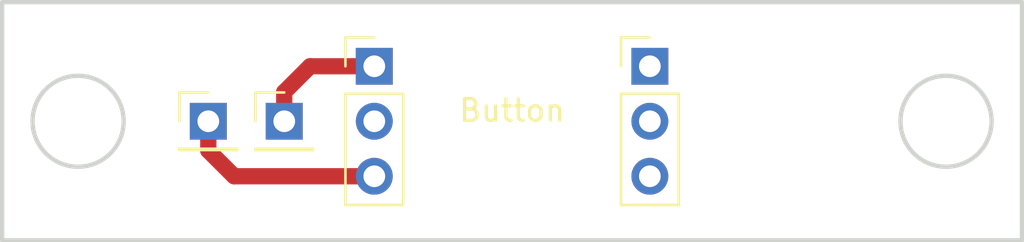
<source format=kicad_pcb>
(kicad_pcb (version 20171130) (host pcbnew 5.0.2-bee76a0~70~ubuntu14.04.1)

  (general
    (thickness 1.6)
    (drawings 6)
    (tracks 6)
    (zones 0)
    (modules 4)
    (nets 1)
  )

  (page A4)
  (layers
    (0 F.Cu signal)
    (31 B.Cu signal)
    (32 B.Adhes user)
    (33 F.Adhes user)
    (34 B.Paste user)
    (35 F.Paste user)
    (36 B.SilkS user)
    (37 F.SilkS user)
    (38 B.Mask user)
    (39 F.Mask user)
    (40 Dwgs.User user)
    (41 Cmts.User user)
    (42 Eco1.User user)
    (43 Eco2.User user)
    (44 Edge.Cuts user)
    (45 Margin user)
    (46 B.CrtYd user)
    (47 F.CrtYd user)
    (48 B.Fab user)
    (49 F.Fab user hide)
  )

  (setup
    (last_trace_width 0.75)
    (trace_clearance 0.2)
    (zone_clearance 0.508)
    (zone_45_only no)
    (trace_min 0.2)
    (segment_width 0.2)
    (edge_width 0.2)
    (via_size 0.8)
    (via_drill 0.4)
    (via_min_size 0.4)
    (via_min_drill 0.3)
    (uvia_size 0.3)
    (uvia_drill 0.1)
    (uvias_allowed no)
    (uvia_min_size 0.2)
    (uvia_min_drill 0.1)
    (pcb_text_width 0.3)
    (pcb_text_size 1.5 1.5)
    (mod_edge_width 0.15)
    (mod_text_size 1 1)
    (mod_text_width 0.15)
    (pad_size 1.524 1.524)
    (pad_drill 0.762)
    (pad_to_mask_clearance 0.051)
    (solder_mask_min_width 0.25)
    (aux_axis_origin 0 0)
    (grid_origin 127 116)
    (visible_elements FFFFFF7F)
    (pcbplotparams
      (layerselection 0x010fc_ffffffff)
      (usegerberextensions false)
      (usegerberattributes false)
      (usegerberadvancedattributes false)
      (creategerberjobfile false)
      (excludeedgelayer true)
      (linewidth 0.100000)
      (plotframeref false)
      (viasonmask false)
      (mode 1)
      (useauxorigin false)
      (hpglpennumber 1)
      (hpglpenspeed 20)
      (hpglpendiameter 15.000000)
      (psnegative false)
      (psa4output false)
      (plotreference true)
      (plotvalue true)
      (plotinvisibletext false)
      (padsonsilk false)
      (subtractmaskfromsilk false)
      (outputformat 1)
      (mirror false)
      (drillshape 1)
      (scaleselection 1)
      (outputdirectory "/home/fablab-07/Documents/UltrasonicRangefinderPCBs/Button_PCB/"))
  )

  (net 0 "")

  (net_class Default "This is the default net class."
    (clearance 0.2)
    (trace_width 0.75)
    (via_dia 0.8)
    (via_drill 0.4)
    (uvia_dia 0.3)
    (uvia_drill 0.1)
  )

  (module Connector_PinHeader_2.54mm:PinHeader_1x03_P2.54mm_Vertical (layer F.Cu) (tedit 5C79F0B7) (tstamp 5C8500A8)
    (at 144.15 118.96)
    (descr "Through hole straight pin header, 1x03, 2.54mm pitch, single row")
    (tags "Through hole pin header THT 1x03 2.54mm single row")
    (fp_text reference Button (at 6.35 2.04) (layer F.SilkS)
      (effects (font (size 1 1) (thickness 0.15)))
    )
    (fp_text value PinHeader_1x03_P2.54mm_Vertical (at 0 7.41) (layer F.Fab)
      (effects (font (size 1 1) (thickness 0.15)))
    )
    (fp_line (start -0.635 -1.27) (end 1.27 -1.27) (layer F.Fab) (width 0.1))
    (fp_line (start 1.27 -1.27) (end 1.27 6.35) (layer F.Fab) (width 0.1))
    (fp_line (start 1.27 6.35) (end -1.27 6.35) (layer F.Fab) (width 0.1))
    (fp_line (start -1.27 6.35) (end -1.27 -0.635) (layer F.Fab) (width 0.1))
    (fp_line (start -1.27 -0.635) (end -0.635 -1.27) (layer F.Fab) (width 0.1))
    (fp_line (start -1.33 6.41) (end 1.33 6.41) (layer F.SilkS) (width 0.12))
    (fp_line (start -1.33 1.27) (end -1.33 6.41) (layer F.SilkS) (width 0.12))
    (fp_line (start 1.33 1.27) (end 1.33 6.41) (layer F.SilkS) (width 0.12))
    (fp_line (start -1.33 1.27) (end 1.33 1.27) (layer F.SilkS) (width 0.12))
    (fp_line (start -1.33 0) (end -1.33 -1.33) (layer F.SilkS) (width 0.12))
    (fp_line (start -1.33 -1.33) (end 0 -1.33) (layer F.SilkS) (width 0.12))
    (fp_line (start -1.8 -1.8) (end -1.8 6.85) (layer F.CrtYd) (width 0.05))
    (fp_line (start -1.8 6.85) (end 1.8 6.85) (layer F.CrtYd) (width 0.05))
    (fp_line (start 1.8 6.85) (end 1.8 -1.8) (layer F.CrtYd) (width 0.05))
    (fp_line (start 1.8 -1.8) (end -1.8 -1.8) (layer F.CrtYd) (width 0.05))
    (fp_text user %R (at 0 2.54 90) (layer F.Fab)
      (effects (font (size 1 1) (thickness 0.15)))
    )
    (pad 1 thru_hole rect (at 0 0) (size 1.7 1.7) (drill 1) (layers *.Cu *.Mask))
    (pad 2 thru_hole oval (at 0 2.54) (size 1.7 1.7) (drill 1) (layers *.Cu *.Mask))
    (pad 3 thru_hole oval (at 0 5.08) (size 1.7 1.7) (drill 1) (layers *.Cu *.Mask))
    (model ${KISYS3DMOD}/Connector_PinHeader_2.54mm.3dshapes/PinHeader_1x03_P2.54mm_Vertical.wrl
      (at (xyz 0 0 0))
      (scale (xyz 1 1 1))
      (rotate (xyz 0 0 0))
    )
  )

  (module Connector_PinHeader_2.54mm:PinHeader_1x01_P2.54mm_Vertical (layer F.Cu) (tedit 5C79F0C4) (tstamp 5C84E41F)
    (at 136.5 121.5)
    (descr "Through hole straight pin header, 1x01, 2.54mm pitch, single row")
    (tags "Through hole pin header THT 1x01 2.54mm single row")
    (fp_text reference REF** (at 0 -2.33) (layer F.SilkS) hide
      (effects (font (size 1 1) (thickness 0.15)))
    )
    (fp_text value PinHeader_1x01_P2.54mm_Vertical (at 0 2.33) (layer F.Fab)
      (effects (font (size 1 1) (thickness 0.15)))
    )
    (fp_line (start -0.635 -1.27) (end 1.27 -1.27) (layer F.Fab) (width 0.1))
    (fp_line (start 1.27 -1.27) (end 1.27 1.27) (layer F.Fab) (width 0.1))
    (fp_line (start 1.27 1.27) (end -1.27 1.27) (layer F.Fab) (width 0.1))
    (fp_line (start -1.27 1.27) (end -1.27 -0.635) (layer F.Fab) (width 0.1))
    (fp_line (start -1.27 -0.635) (end -0.635 -1.27) (layer F.Fab) (width 0.1))
    (fp_line (start -1.33 1.33) (end 1.33 1.33) (layer F.SilkS) (width 0.12))
    (fp_line (start -1.33 1.27) (end -1.33 1.33) (layer F.SilkS) (width 0.12))
    (fp_line (start 1.33 1.27) (end 1.33 1.33) (layer F.SilkS) (width 0.12))
    (fp_line (start -1.33 1.27) (end 1.33 1.27) (layer F.SilkS) (width 0.12))
    (fp_line (start -1.33 0) (end -1.33 -1.33) (layer F.SilkS) (width 0.12))
    (fp_line (start -1.33 -1.33) (end 0 -1.33) (layer F.SilkS) (width 0.12))
    (fp_line (start -1.8 -1.8) (end -1.8 1.8) (layer F.CrtYd) (width 0.05))
    (fp_line (start -1.8 1.8) (end 1.8 1.8) (layer F.CrtYd) (width 0.05))
    (fp_line (start 1.8 1.8) (end 1.8 -1.8) (layer F.CrtYd) (width 0.05))
    (fp_line (start 1.8 -1.8) (end -1.8 -1.8) (layer F.CrtYd) (width 0.05))
    (fp_text user %R (at 0 0 90) (layer F.Fab)
      (effects (font (size 1 1) (thickness 0.15)))
    )
    (pad 1 thru_hole rect (at 0 0) (size 1.7 1.7) (drill 1) (layers *.Cu *.Mask))
    (model ${KISYS3DMOD}/Connector_PinHeader_2.54mm.3dshapes/PinHeader_1x01_P2.54mm_Vertical.wrl
      (at (xyz 0 0 0))
      (scale (xyz 1 1 1))
      (rotate (xyz 0 0 0))
    )
  )

  (module Connector_PinHeader_2.54mm:PinHeader_1x01_P2.54mm_Vertical (layer F.Cu) (tedit 5C79F0C7) (tstamp 5C84DF1B)
    (at 140 121.5)
    (descr "Through hole straight pin header, 1x01, 2.54mm pitch, single row")
    (tags "Through hole pin header THT 1x01 2.54mm single row")
    (fp_text reference REF** (at 0 -2.33) (layer F.SilkS) hide
      (effects (font (size 1 1) (thickness 0.15)))
    )
    (fp_text value PinHeader_1x01_P2.54mm_Vertical (at 0 2.33) (layer F.Fab)
      (effects (font (size 1 1) (thickness 0.15)))
    )
    (fp_text user %R (at 0 0 90) (layer F.Fab)
      (effects (font (size 1 1) (thickness 0.15)))
    )
    (fp_line (start 1.8 -1.8) (end -1.8 -1.8) (layer F.CrtYd) (width 0.05))
    (fp_line (start 1.8 1.8) (end 1.8 -1.8) (layer F.CrtYd) (width 0.05))
    (fp_line (start -1.8 1.8) (end 1.8 1.8) (layer F.CrtYd) (width 0.05))
    (fp_line (start -1.8 -1.8) (end -1.8 1.8) (layer F.CrtYd) (width 0.05))
    (fp_line (start -1.33 -1.33) (end 0 -1.33) (layer F.SilkS) (width 0.12))
    (fp_line (start -1.33 0) (end -1.33 -1.33) (layer F.SilkS) (width 0.12))
    (fp_line (start -1.33 1.27) (end 1.33 1.27) (layer F.SilkS) (width 0.12))
    (fp_line (start 1.33 1.27) (end 1.33 1.33) (layer F.SilkS) (width 0.12))
    (fp_line (start -1.33 1.27) (end -1.33 1.33) (layer F.SilkS) (width 0.12))
    (fp_line (start -1.33 1.33) (end 1.33 1.33) (layer F.SilkS) (width 0.12))
    (fp_line (start -1.27 -0.635) (end -0.635 -1.27) (layer F.Fab) (width 0.1))
    (fp_line (start -1.27 1.27) (end -1.27 -0.635) (layer F.Fab) (width 0.1))
    (fp_line (start 1.27 1.27) (end -1.27 1.27) (layer F.Fab) (width 0.1))
    (fp_line (start 1.27 -1.27) (end 1.27 1.27) (layer F.Fab) (width 0.1))
    (fp_line (start -0.635 -1.27) (end 1.27 -1.27) (layer F.Fab) (width 0.1))
    (pad 1 thru_hole rect (at 0 0) (size 1.7 1.7) (drill 1) (layers *.Cu *.Mask))
    (model ${KISYS3DMOD}/Connector_PinHeader_2.54mm.3dshapes/PinHeader_1x01_P2.54mm_Vertical.wrl
      (at (xyz 0 0 0))
      (scale (xyz 1 1 1))
      (rotate (xyz 0 0 0))
    )
  )

  (module Connector_PinHeader_2.54mm:PinHeader_1x03_P2.54mm_Vertical (layer F.Cu) (tedit 5C79F0BA) (tstamp 5C850079)
    (at 156.85 118.96)
    (descr "Through hole straight pin header, 1x03, 2.54mm pitch, single row")
    (tags "Through hole pin header THT 1x03 2.54mm single row")
    (fp_text reference REF** (at 4.15 -0.46) (layer F.SilkS) hide
      (effects (font (size 1 1) (thickness 0.15)))
    )
    (fp_text value PinHeader_1x03_P2.54mm_Vertical (at 0 7.41) (layer F.Fab)
      (effects (font (size 1 1) (thickness 0.15)))
    )
    (fp_text user %R (at 0 2.54 90) (layer F.Fab)
      (effects (font (size 1 1) (thickness 0.15)))
    )
    (fp_line (start 1.8 -1.8) (end -1.8 -1.8) (layer F.CrtYd) (width 0.05))
    (fp_line (start 1.8 6.85) (end 1.8 -1.8) (layer F.CrtYd) (width 0.05))
    (fp_line (start -1.8 6.85) (end 1.8 6.85) (layer F.CrtYd) (width 0.05))
    (fp_line (start -1.8 -1.8) (end -1.8 6.85) (layer F.CrtYd) (width 0.05))
    (fp_line (start -1.33 -1.33) (end 0 -1.33) (layer F.SilkS) (width 0.12))
    (fp_line (start -1.33 0) (end -1.33 -1.33) (layer F.SilkS) (width 0.12))
    (fp_line (start -1.33 1.27) (end 1.33 1.27) (layer F.SilkS) (width 0.12))
    (fp_line (start 1.33 1.27) (end 1.33 6.41) (layer F.SilkS) (width 0.12))
    (fp_line (start -1.33 1.27) (end -1.33 6.41) (layer F.SilkS) (width 0.12))
    (fp_line (start -1.33 6.41) (end 1.33 6.41) (layer F.SilkS) (width 0.12))
    (fp_line (start -1.27 -0.635) (end -0.635 -1.27) (layer F.Fab) (width 0.1))
    (fp_line (start -1.27 6.35) (end -1.27 -0.635) (layer F.Fab) (width 0.1))
    (fp_line (start 1.27 6.35) (end -1.27 6.35) (layer F.Fab) (width 0.1))
    (fp_line (start 1.27 -1.27) (end 1.27 6.35) (layer F.Fab) (width 0.1))
    (fp_line (start -0.635 -1.27) (end 1.27 -1.27) (layer F.Fab) (width 0.1))
    (pad 3 thru_hole oval (at 0 5.08) (size 1.7 1.7) (drill 1) (layers *.Cu *.Mask))
    (pad 2 thru_hole oval (at 0 2.54) (size 1.7 1.7) (drill 1) (layers *.Cu *.Mask))
    (pad 1 thru_hole rect (at 0 0) (size 1.7 1.7) (drill 1) (layers *.Cu *.Mask))
    (model ${KISYS3DMOD}/Connector_PinHeader_2.54mm.3dshapes/PinHeader_1x03_P2.54mm_Vertical.wrl
      (at (xyz 0 0 0))
      (scale (xyz 1 1 1))
      (rotate (xyz 0 0 0))
    )
  )

  (gr_line (start 174 116) (end 174 127) (layer Edge.Cuts) (width 0.2))
  (gr_line (start 174 116) (end 127 116) (layer Edge.Cuts) (width 0.2))
  (gr_circle (center 170.5 121.5) (end 172.6 121.5) (layer Edge.Cuts) (width 0.2))
  (gr_circle (center 130.5 121.5) (end 132.6 121.5) (layer Edge.Cuts) (width 0.2))
  (gr_line (start 174 127) (end 127 127) (layer Edge.Cuts) (width 0.2))
  (gr_line (start 127 127) (end 127 116) (layer Edge.Cuts) (width 0.2))

  (segment (start 140 120.15) (end 140 121.5) (width 0.75) (layer F.Cu) (net 0))
  (segment (start 141.19 118.96) (end 140 120.15) (width 0.75) (layer F.Cu) (net 0))
  (segment (start 144.15 118.96) (end 141.19 118.96) (width 0.75) (layer F.Cu) (net 0))
  (segment (start 136.5 122.85) (end 136.5 121.5) (width 0.75) (layer F.Cu) (net 0))
  (segment (start 137.69 124.04) (end 136.5 122.85) (width 0.75) (layer F.Cu) (net 0))
  (segment (start 144.15 124.04) (end 137.69 124.04) (width 0.75) (layer F.Cu) (net 0))

)

</source>
